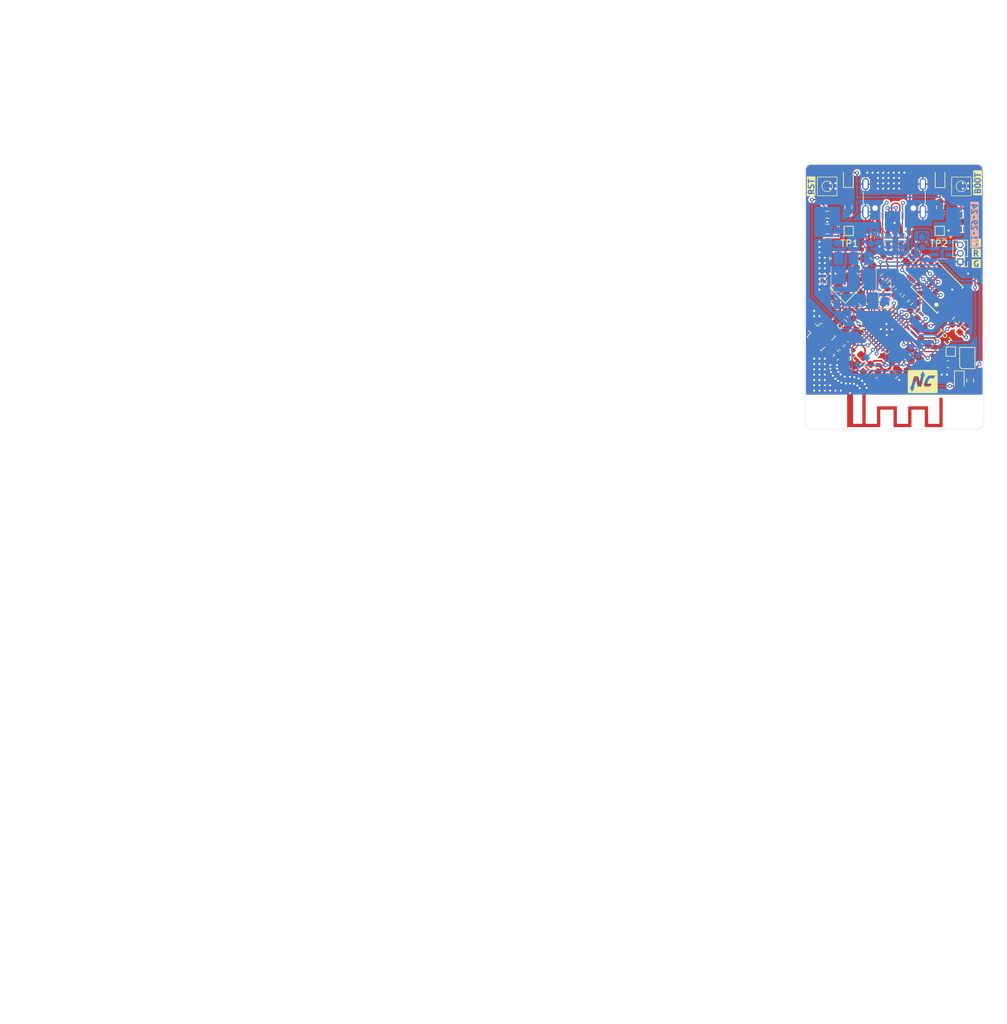
<source format=kicad_pcb>
(kicad_pcb (version 20240108) (generator "pcbnew") (generator_version "8.0")
  (layers (0 "F.Cu" signal) (1 "In1.Cu" signal) (2 "In2.Cu" signal) (31 "B.Cu" signal) (34 "B.Paste" user) (35 "F.Paste" user) (36 "B.SilkS" user "B.Silkscreen") (37 "F.SilkS" user "F.Silkscreen") (38 "B.Mask" user) (39 "F.Mask" user) (44 "Edge.Cuts" user))
  (net 0 "")
  (net 1 "/USB_D+")
  (net 2 "GND")
  (net 3 "VBUS")
  (net 4 "Net-(J1-D+-PadA6)")
  (net 5 "/USB_D-")
  (net 6 "Net-(J1-D--PadA7)")
  (net 7 "+3V3")
  (net 8 "Net-(U4-XTAL_P)")
  (net 11 "Net-(U4-GPIO2{slash}ADC1_CH2)")
  (net 12 "Net-(U4-U0TXD{slash}GPIO21)")
  (net 13 "Net-(U4-GPIO8)")
  (net 14 "Net-(U4-GPIO9{slash}BOOT)")
  (net 15 "Net-(U4-SPID{slash}GPIO16)")
  (net 16 "VDD_SPI")
  (net 17 "Net-(U4-SPIWP{slash}GPIO13)")
  (net 19 "Net-(U4-U0RXD{slash}GPIO20)")
  (net 20 "/SPICS0")
  (net 23 "Net-(U4-SPIHD{slash}GPIO12)")
  (net 24 "Net-(U4-SPIQ{slash}GPIO17)")
  (net 25 "Net-(U4-XTAL_N)")
  (net 26 "Net-(U4-SPICLK{slash}GPIO15)")
  (net 28 "Net-(J3-In)")
  (net 29 "Net-(J2-Pin_2)")
  (net 30 "Net-(R17-Pad2)")
  (net 31 "Net-(C10-Pad1)")
  (net 32 "Net-(D1-K)")
  (net 33 "Net-(D2-K)")
  (net 34 "/WS2812B")
  (net 36 "Net-(C17-Pad1)")
  (net 37 "/ANT")
  (net 38 "Net-(J1-CC2)")
  (net 39 "Net-(J1-CC1)")
  (net 40 "/SPIHD")
  (net 41 "/SPIWP")
  (net 42 "/SPICLK")
  (net 43 "/SPID")
  (net 44 "/SPIQ")
  (net 45 "/ESP_RST")
  (net 46 "Net-(U4-LNA_IN)")
  (net 49 "Net-(ANT1-ANT)")
  (net 50 "Net-(J2-Pin_3)")
  (net 51 "Net-(D4-K)")
  (net 52 "/USER_LED")
  (net 53 "/USB_PART+")
  (net 54 "/USB_PART-")
  (footprint "kibuzzard-67796362" (layer "F.Cu") (at 166.375 77.475)
    (property "Reference" "kibuzzard-67796362" (hide yes))
    (property "Value" "G***" (hide yes))
  )
  (footprint "Capacitor_SMD:C_0603_1608Metric" (layer "F.Cu") (at 158.573008 92.323008 -45)
    (property "Reference" "C6" (hide yes))
    (property "Value" "0.1uf")
  )
  (footprint "Resistor_SMD:R_0603_1608Metric" (layer "F.Cu") (at 148.433319 87.109448 -45)
    (property "Reference" "R1" (hide yes))
    (property "Value" "0")
  )
  (footprint "TestPoint:TestPoint_Pad_1.0x1.0mm" (layer "F.Cu") (at 160.85 75.6525)
    (property "Reference" "TP2")
    (property "Value" "TestPoint")
  )
  (footprint "Capacitor_SMD:C_0603_1608Metric" (layer "F.Cu") (at 164.1 75.37 180)
    (property "Reference" "C16" (hide yes))
    (property "Value" "0.1uf")
  )
  (footprint "Resistor_SMD:R_0603_1608Metric" (layer "F.Cu") (at 165.45 98.1725 -90)
    (property "Reference" "R2" (hide yes))
    (property "Value" "1K")
  )
  (footprint "Capacitor_SMD:C_0603_1608Metric" (layer "F.Cu") (at 154.585311 84.807456 -135)
    (property "Reference" "C15" (hide yes))
    (property "Value" "0.1uf")
  )
  (footprint "Resistor_SMD:R_0603_1608Metric" (layer "F.Cu") (at 152.430311 82.647456 45)
    (property "Reference" "R5" (hide yes))
    (property "Value" "0")
  )
  (footprint "ankit_kicad_switch:Tactile Microswitch 3x4x2.5mm" (layer "F.Cu") (at 164.12 68.95 90)
    (property "Reference" "SW2" (hide yes))
    (property "Value" "SW_Push_SPST_4Pads" (hide yes))
  )
  (footprint "Resistor_SMD:R_0603_1608Metric" (layer "F.Cu") (at 158.083363 88.166637 -135)
    (property "Reference" "R7" (hide yes))
    (property "Value" "0")
  )
  (footprint "LED_SMD:LED_0603_1608Metric" (layer "F.Cu") (at 160.9 67.655 90)
    (property "Reference" "D1" (hide yes))
    (property "Value" "LED_R" (hide yes))
  )
  (footprint "kibuzzard-676F8115" (layer "F.Cu") (at 141.475 68.95 90)
    (property "Reference" "kibuzzard-676F8115" (hide yes))
    (property "Value" "G***" (hide yes))
  )
  (footprint "Capacitor_SMD:C_0603_1608Metric" (layer "F.Cu") (at 162.075 95.725 180)
    (property "Reference" "C14" (hide yes))
    (property "Value" "0.1uf")
  )
  (footprint "Capacitor_SMD:C_0603_1608Metric" (layer "F.Cu") (at 148.860311 81.73644 -45)
    (property "Reference" "C12" (hide yes))
    (property "Value" "10pf")
  )
  (footprint "kibuzzard-67796372" (layer "F.Cu") (at 166.35 79)
    (property "Reference" "kibuzzard-67796372" (hide yes))
    (property "Value" "G***" (hide yes))
  )
  (footprint "kibuzzard-6779637F" (layer "F.Cu") (at 166.35 80.575)
    (property "Reference" "kibuzzard-6779637F" (hide yes))
    (property "Value" "G***" (hide yes))
  )
  (footprint "Capacitor_SMD:C_0603_1608Metric" (layer "F.Cu") (at 156.025 94.675 -45)
    (property "Reference" "C5" (hide yes))
    (property "Value" "0.1uf")
  )
  (footprint "Connector_PinHeader_1.27mm:PinHeader_1x03_P1.27mm_Vertical" (layer "F.Cu") (at 163.95 80.3 180)
    (property "Reference" "J2" (hide yes))
    (property "Value" "CONN_UART")
  )
  (footprint "Inductor_SMD:L_0402_1005Metric" (layer "F.Cu") (at 147.492947 93.957053 45)
    (property "Reference" "L2" (hide yes))
    (property "Value" "2.2nH")
  )
  (footprint "TestPoint:TestPoint_Pad_1.0x1.0mm" (layer "F.Cu") (at 147.14 75.6525)
    (property "Reference" "TP1")
    (property "Value" "TestPoint")
  )
  (footprint "Resistor_SMD:R_0603_1608Metric" (layer "F.Cu") (at 157 87.05 -135)
    (property "Reference" "R9" (hide yes))
    (property "Value" "0")
  )
  (footprint "Resistor_SMD:R_0603_1608Metric" (layer "F.Cu") (at 163.310311 89.157456 -135)
    (property "Reference" "R11" (hide yes))
    (property "Value" "0")
  )
  (footprint "Crystal:Crystal_SMD_3225-4Pin_3.2x2.5mm" (layer "F.Cu") (at 146.881453 83.963217 45)
    (property "Reference" "Y1" (hide yes))
    (property "Value" "40Mhz")
  )
  (footprint "Capacitor_SMD:C_0402_1005Metric" (layer "F.Cu") (at 146.062947 93.307053 135)
    (property "Reference" "C18" (hide yes))
    (property "Value" "3.3pf")
  )
  (footprint "Capacitor_SMD:C_0603_1608Metric" (layer "F.Cu") (at 144.908319 86.234448 135)
    (property "Reference" "C17" (hide yes))
    (property "Value" "10pf")
  )
  (footprint "Resistor_SMD:R_0805_2012Metric" (layer "F.Cu") (at 150 80.35 135)
    (property "Reference" "R17" (hide yes))
    (property "Value" "470")
  )
  (footprint "Package_TO_SOT_SMD:SOT-23-6" (layer "F.Cu") (at 154 76.7 -90)
    (property "Reference" "U2" (hide yes))
    (property "Value" "USBLC6-2SC6")
  )
  (footprint "TestPoint:TestPoint_Pad_1.0x1.0mm" (layer "F.Cu") (at 162.525 93.825)
    (property "Reference" "TP3")
    (property "Value" "TestPoint")
  )
  (footprint "Resistor_SMD:R_0603_1608Metric" (layer "F.Cu") (at 155.775 85.825 -135)
    (property "Reference" "R10" (hide yes))
    (property "Value" "0")
  )
  (footprint "Capacitor_SMD:C_0805_2012Metric" (layer "F.Cu") (at 153.85 97.2 45)
    (property "Reference" "C11" (hide yes))
    (property "Value" "10uf")
  )
  (footprint "Capacitor_SMD:C_0805_2012Metric" (layer "F.Cu") (at 146.171751 89.671751 135)
    (property "Reference" "C8" (hide yes))
    (property "Value" "1uf")
  )
  (footprint "Capacitor_SMD:C_0805_2012Metric" (layer "F.Cu") (at 148.475 95.15 -135)
    (property "Reference" "C9" (hide yes))
    (property "Value" "1uf")
  )
  (footprint "ankit_kicad_switch:RF Switch 0402 2Pos" (layer "F.Cu") (at 146.583556 92.735743 135)
    (property "Reference" "RFS1" (hide yes))
    (property "Value" "~" (hide yes))
  )
  (footprint "Resistor_SMD:R_0603_1608Metric" (layer "F.Cu") (at 143.945 73.23 180)
    (property "Reference" "R19" (hide yes))
    (property "Value" "10k")
  )
  (footprint "Resistor_SMD:R_0603_1608Metric" (layer "F.Cu") (at 153.505311 83.722456 -135)
    (property "Reference" "R6" (hide yes))
    (property "Value" "0")
  )
  (footprint "ankit_kicad_switch:Tactile Microswitch 3x4x2.5mm" (layer "F.Cu") (at 143.9 68.94 90)
    (property "Reference" "SW1" (hide yes))
    (property "Value" "SW_Push_SPST_4Pads" (hide yes))
  )
  (footprint "Capacitor_SMD:C_0603_1608Metric" (layer "F.Cu") (at 147.298008 88.248008 135)
    (property "Reference" "C7" (hide yes))
    (property "Value" "0.1uf")
  )
  (footprint "Capacitor_SMD:C_0805_2012Metric" (layer "F.Cu") (at 143.925 75.37 180)
    (property "Reference" "C13" (hide yes))
    (property "Value" "1uf")
  )
  (footprint "Inductor_SMD:L_0603_1608Metric" (layer "F.Cu") (at 149.9 96.3 45)
    (property "Reference" "L1" (hide yes))
    (property "Value" "2.0nH / 0")
  )
  (footprint "Capacitor_SMD:C_0402_1005Metric" (layer "F.Cu") (at 146.792358 92.606464 135)
    (property "Reference" "C19" (hide yes))
    (property "Value" "3.3pf")
  )
  (footprint "LED_SMD:LED_0603_1608Metric" (layer "F.Cu") (at 163.81 98.2125 -90)
    (property "Reference" "D4" (hide yes))
    (property "Value" "LED_B")
  )
  (footprint "Package_DFN_QFN:QFN-32-1EP_5x5mm_P0.5mm_EP3.45x3.45mm" (layer "F.Cu") (at 152.860311 90.507456 45)
    (property "Reference" "U4" (hide yes))
    (property "Value" "ESP32-C3")
  )
  (footprint "Resistor_SMD:R_0603_1608Metric" (layer "F.Cu") (at 164.1 73.23 180)
    (property "Reference" "R16" (hide yes))
    (property "Value" "10k")
  )
  (footprint "Capacitor_SMD:C_0805_2012Metric" (layer "F.Cu") (at 156.571751 79.703249 45)
    (property "Reference" "C4" (hide yes))
    (property "Value" "1uf")
  )
  (footprint "ankit_kicad_flash:Winbond-SOIC-8_5P28X5P28_WIN" (layer "F.Cu") (at 160.460311 84.107456 135)
    (property "Reference" "U5" (hide yes))
    (property "Value" "Winbond-W25Q64JVSSIQ")
  )
  (footprint "Resistor_SMD:R_0603_1608Metric" (layer "F.Cu") (at 147.09 72.0975 -90)
    (property "Reference" "R13" (hide yes))
    (property "Value" "1K")
  )
  (footprint "ankit_kicad_logos:Nomadic_Controls_Concise_2_5mm" (layer "F.Cu") (at 158.275 98.35)
    (property "Reference" "U1" (hide yes))
    (property "Value" "~" (hide yes))
  )
  (footprint "Connector_Coaxial:U.FL_Molex_MCRF_73412-0110_Vertical" (layer "F.Cu") (at 143.01434 91.56434 45)
    (property "Reference" "J3" (hide yes))
    (property "Value" "Conn_Coaxial")
  )
  (footprint "ankit_kicad_usb:USB_C_Receptacle_GCT_USB4105-xx-A_16P_TopMnt_Horizontal" (layer "F.Cu") (at 154 69.68 180)
    (property "Reference" "J1" (hide yes))
    (property "Value" "CONN_USBC")
  )
  (footprint "Resistor_SMD:R_0603_1608Metric" (layer "F.Cu") (at 160.9 72.0975 -90)
    (property "Reference" "R12" (hide yes))
    (property "Value" "1K")
  )
  (footprint "LED_SMD:LED_0603_1608Metric" (layer "F.Cu") (at 147.09 67.645 90)
    (property "Reference" "D2" (hide yes))
    (property "Value" "LED_G" (hide yes))
  )
  (footprint "LED_SMD:LED_WS2812B-2020_PLCC4_2.0x2.0mm" (layer "F.Cu") (at 165 94.8 90)
    (property "Reference" "D3" (hide yes))
    (property "Value" "WS2812B")
  )
  (footprint "Capacitor_SMD:C_0603_1608Metric" (layer "F.Cu") (at 151 76.13 -90)
    (property "Reference" "C20" (hide yes))
    (property "Value" "0.1uf")
  )
  (footprint "Capacitor_SMD:C_0603_1608Metric" (layer "F.Cu") (at 151 97.425 45)
    (property "Reference" "C10" (hide yes))
    (property "Value" "0.1uf")
  )
  (footprint "Resistor_SMD:R_0603_1608Metric" (layer "F.Cu") (at 164.460311 90.307456 -135)
    (property "Reference" "R8" (hide yes))
    (property "Value" "0")
  )
  (footprint "RF_Antenna:Texas_SWRA117D_2.4GHz_Left" (layer "F.Cu") (at 149.45 100.05 180)
    (property "Reference" "ANT1" (hide yes))
    (property "Value" "~" (hide yes))
  )
  (footprint "kibuzzard-676F80CA" (layer "F.Cu") (at 166.55 68.425 90)
    (property "Reference" "kibuzzard-676F80CA" (hide yes))
    (property "Value" "G***" (hide yes))
  )
  (footprint "Resistor_SMD:R_0603_1608Metric" (layer "B.Cu") (at 149.2 95.3 -135)
    (property "Reference" "R14" (hide yes))
    (property "Value" "10k")
  )
  (footprint "Capacitor_SMD:C_0805_2012Metric" (layer "B.Cu") (at 145.6 76.55 -90)
    (property "Reference" "C2" (hide yes))
    (property "Value" "1uf")
  )
  (footprint "Package_TO_SOT_SMD:SOT-23-6" (layer "B.Cu") (at 161.2 78.3 180)
    (property "Reference" "U6" (hide yes))
    (property "Value" "USBLC6-2SC6")
  )
  (footprint "Resistor_SMD:R_0603_1608Metric" (layer "B.Cu") (at 157.158363 93.708363 -45)
    (property "Reference" "R15" (hide yes))
    (property "Value" "10k")
  )
  (footprint "Resistor_SMD:R_0603_1608Metric" (layer "B.Cu") (at 155.24 77.25 -90)
    (property "Reference" "R4" (hide yes))
    (property "Value" "5.1k")
  )
  (footprint "Capacitor_Tantalum_SMD:CP_EIA-3216-18_Kemet-A" (layer "B.Cu") (at 152.6 85.01 90)
    (property "Reference" "C1" (hide yes))
    (property "Value" "10uf")
  )
  (footprint "Package_TO_SOT_SMD:SOT-223-3_TabPin2" (layer "B.Cu") (at 147.88 82.9225 -90)
    (property "Reference" "U3")
    (property "Value" "AMS1117-3.3")
  )
  (footprint "Resistor_SMD:R_0603_1608Metric" (layer "B.Cu") (at 153.13 77.25 -90)
    (property "Reference" "R3" (hide yes))
    (property "Value" "5.1k")
  )
  (footprint "Capacitor_SMD:C_0603_1608Metric" (layer "B.Cu") (at 158.225 77.35 90)
    (property "Reference" "C21" (hide yes))
    (property "Value" "0.1uf")
  )
  (footprint "kibuzzard-6771D0B9" (layer "B.Cu") (at 166.1 74.77 90)
    (property "Reference" "kibuzzard-6771D0B9" (hide yes))
    (property "Value" "G***" (hide yes))
  )
  (footprint "Capacitor_SMD:C_0603_1608Metric" (layer "B.Cu") (at 150.5 76.77 -90)
    (property "Reference" "C3" (hide yes))
    (property "Value" "0.1uf")
  )
  (gr_line (start 166.5 105.5) (end 141.5 105.5) (stroke (width 0.05)) (layer "Edge.Cuts"))
  (gr_arc (start 167.5 104.5) (mid 167.207107 105.207107) (end 166.5 105.5) (stroke (width 0.05)) (layer "Edge.Cuts"))
  (gr_arc (start 141.5 105.5) (mid 140.792893 105.207107) (end 140.5 104.5) (stroke (width 0.05)) (layer "Edge.Cuts"))
  (gr_line (start 141.5 65.5) (end 166.5 65.5) (stroke (width 0.05)) (layer "Edge.Cuts"))
  (gr_line (start 167.5 66.5) (end 167.5 104.5) (stroke (width 0.05)) (layer "Edge.Cuts"))
  (gr_arc (start 166.5 65.5) (mid 167.207107 65.792893) (end 167.5 66.5) (stroke (width 0.05)) (layer "Edge.Cuts"))
  (gr_arc (start 140.5 66.5) (mid 140.792893 65.792893) (end 141.5 65.5) (stroke (width 0.05)) (layer "Edge.Cuts"))
  (gr_line (start 140.5 104.5) (end 140.5 66.5) (stroke (width 0.05)) (layer "Edge.Cuts"))
  (segment (start 153.05 78.964624) (end 153.05 77.8375) (width 0.2) (layer "F.Cu") (net 1))
  (segment (start 153.013674 82.064093) (end 153.05 82.027767) (width 0.2) (layer "F.Cu") (net 1))
  (segment (start 153.29 79.924624) (end 153.544081 79.924624) (width 0.2) (layer "F.Cu") (net 1))
  (segment (start 153.544081 79.324624) (end 153.29 79.324624) (width 0.2) (layer "F.Cu") (net 1))
  (segment (start 153.05 79.924624) (end 153.29 79.924624) (width 0.2) (layer "F.Cu") (net 1))
  (segment (start 153.05 79.084624) (end 153.05 78.964624) (width 0.2) (layer "F.Cu") (net 1))
  (segment (start 153.784081 79.684624) (end 153.784081 79.564624) (width 0.2) (layer "F.Cu") (net 1))
  (segment (start 152.95 79.924624) (end 153.05 79.924624) (width 0.2) (layer "F.Cu") (net 1))
  (segment (start 152.85 80.564624) (end 152.85 80.024624) (width 0.2) (layer "F.Cu") (net 1))
  (segment (start 153.05 82.027767) (end 153.05 80.764624) (width 0.2) (layer "F.Cu") (net 1))
  (arc (start 153.544081 79.924624) (mid 153.713787 79.85433) (end 153.784081 79.684624) (width 0.2) (layer "F.Cu") (net 1))
  (arc (start 152.85 80.024624) (mid 152.879289 79.953913) (end 152.95 79.924624) (width 0.2) (layer "F.Cu") (net 1))
  (arc (start 152.95 80.664624) (mid 152.879289 80.635335) (end 152.85 80.564624) (width 0.2) (layer "F.Cu") (net 1))
  (arc (start 153.784081 79.564624) (mid 153.713787 79.394918) (end 153.544081 79.324624) (width 0.2) (layer "F.Cu") (net 1))
  (arc (start 153.05 80.764624) (mid 153.020711 80.693913) (end 152.95 80.664624) (width 0.2) (layer "F.Cu") (net 1))
  (arc (start 153.29 79.324624) (mid 153.120294 79.25433) (end 153.05 79.084624) (width 0.2) (layer "F.Cu") (net 1))
  (segment (start 154 75.5625) (end 154 74.5) (width 0.2032) (layer "F.Cu") (net 2))
  (segment (start 154 74.5) (end 154.05 74.45) (width 0.2032) (layer "F.Cu") (net 2))
  (segment (start 157.2 73.36) (end 158.32 72.24) (width 0.2032) (layer "F.Cu") (net 2))
  (segment (start 165.3125 99.0025) (end 165.39 98.925) (width 0.2) (layer "F.Cu") (net 2))
  (segment (start 158.32 72.24) (end 158.32 68.605) (width 0.2032) (layer "F.Cu") (net 2))
  (via (at 162.741667 84.49175) (size 0.6) (drill 0.3) (layers "F.Cu" "B.Cu") (net 2))
  (via (at 153.141667 69.29175) (size 0.6) (drill 0.3) (layers "F.Cu" "B.Cu") (net 2))
  (via (at 145.575 96.875) (size 0.4) (drill 0.3) (layers "F.Cu" "B.Cu") (net 2))
  (via (at 144.341667 82.09175) (size 0.6) (drill 0.3) (layers "F.Cu" "B.Cu") (net 2))
  (via (at 143.541667 98.89175) (size 0.6) (drill 0.3) (layers "F.Cu" "B.Cu") (net 2))
  (via (at 142.741667 81.29175) (size 0.6) (drill 0.3) (layers "F.Cu" "B.Cu") (net 2))
  (via (at 144.368972 95.85) (size 0.4) (drill 0.3) (layers "F.Cu" "B.Cu") (net 2))
  (via (at 165.941667 69.29175) (size 0.6) (drill 0.3) (layers "F.Cu" "B.Cu") (net 2))
  (via (at 145.141667 69.29175) (size 0.6) (drill 0.3) (layers "F.Cu" "B.Cu") (net 2))
  (via (at 142.741667 82.09175) (size 0.6) (drill 0.3) (layers "F.Cu" "B.Cu") (net 2))
  (via (at 141.941667 99.69175) (size 0.6) (drill 0.3) (layers "F.Cu" "B.Cu") (net 2))
  (via (at 165.141667 82.09175) (size 0.6) (drill 0.3) (layers "F.Cu" "B.Cu") (net 2))
  (via (at 143.541667 96.49175) (size 0.6) (drill 0.3) (layers "F.Cu" "B.Cu") (net 2))
  (via (at 143.541667 81.29175) (size 0.6) (drill 0.3) (layers "F.Cu" "B.Cu") (net 2))
  (via (at 142.741667 78.89175) (size 0.6) (drill 0.3) (layers "F.Cu" "B.Cu") (net 2))
  (via (at 148.46 98.94) (size 0.4) (drill 0.3) (layers "F.Cu" "B.Cu") (net 2))
  (via (at 152.341667 66.89175) (size 0.6) (drill 0.3) (layers "F.Cu" "B.Cu") (net 2))
  (via (at 142.741667 96.49175) (size 0.6) (drill 0.3) (layers "F.Cu" "B.Cu") (net 2))
  (via (at 154.741667 67.69175) (size 0.6) (drill 0.3) (layers "F.Cu" "B.Cu") (net 2))
  (via (at 142.741667 99.69175) (size 0.6) (drill 0.3) (layers "F.Cu" "B.Cu") (net 2))
  (via (at 145.4 96.375) (size 0.4) (drill 0.3) (layers "F.Cu" "B.Cu") (net 2))
  (via (at 143.541667 82.89175) (size 0.6) (drill 0.3) (layers "F.Cu" "B.Cu") (net 2))
  (via (at 153.141667 66.89175) (size 0.6) (drill 0.3) (layers "F.Cu" "B.Cu") (net 2))
  (via (at 148.8 99.35) (size 0.4) (drill 0.3) (layers "F.Cu" "B.Cu") (net 2))
  (via (at 142.741667 84.49175) (size 0.6) (drill 0.3) (layers "F.Cu" "B.Cu") (net 2))
  (via (at 152.825 89.675) (size 0.4) (drill 0.3) (layers "F.Cu" "B.Cu") (net 2))
  (via (at 165.141667 69.29175) (size 0.6) (drill 0.3) (layers "F.Cu" "B.Cu") (net 2))
  (via (at 154.741667 69.29175) (size 0.6) (drill 0.3) (layers "F.Cu" "B.Cu") (net 2))
  (via (at 152 90.45) (size 0.4) (drill 0.3) (layers "F.Cu" "B.Cu") (net 2))
  (via (at 141.941667 98.09175) (size 0.6) (drill 0.3) (layers "F.Cu" "B.Cu") (net 2))
  (via (at 149.57 98.72) (size 0.4) (drill 0.3) (layers "F.Cu" "B.Cu") (net 2))
  (via (at 148.64 97.87) (size 0.4) (drill 0.3) (layers "F.Cu" "B.Cu") (net 2))
  (via (at 146.54 97.6) (size 0.4) (drill 0.3) (layers "F.Cu" "B.Cu") (net 2))
  (via (at 145.375 95.85) (size 0.4) (drill 0.3) (layers "F.Cu" "B.Cu") (net 2))
  (via (at 143.541667 83.69175) (size 0.6) (drill 0.3) (layers "F.Cu" "B.Cu") (net 2))
  (via (at 143.541667 98.09175) (size 0.6) (drill 0.3) (layers "F.Cu" "B.Cu") (net 2))
  (via (at 141.941667 94.89175) (size 0.6) (drill 0.3) (layers "F.Cu" "B.Cu") (net 2))
  (via (at 146.725 98.625) (size 0.4) (drill 0.3) (layers "F.Cu" "B.Cu") (net 2))
  (via (at 144.375 96.4) (size 0.4) (drill 0.3) (layers "F.Cu" "B.Cu") (net 2))
  (via (at 145.941667 99.69175) (size 0.6) (drill 0.3) (layers "F.Cu" "B.Cu") (net 2))
  (via (at 144.341667 68.49175) (size 0.6) (drill 0.3) (layers "F.Cu" "B.Cu") (net 2))
  (via (at 153.141667 68.49175) (size 0.6) (drill 0.3) (layers "F.Cu" "B.Cu") (net 2))
  (via (at 154.741667 98.09175) (size 0.6) (drill 0.3) (layers "F.Cu" "B.Cu") (net 2))
  (via (at 143.541667 95.69175) (size 0.6) (drill 0.3) (layers "F.Cu" "B.Cu") (net 2))
  (via (at 142.741667 95.69175) (size 0.6) (drill 0.3) (layers "F.Cu" "B.Cu") (net 2))
  (via (at 153.7 90.5) (size 0.4) (drill 0.3) (layers "F.Cu" "B.Cu") (net 2))
  (via (at 155.541667 66.89175) (size 0.6) (drill 0.3) (layers "F.Cu" "B.Cu") (net 2))
  (via (at 142.741667 79.69175) (size 0.6) (drill 0.3) (layers "F.Cu" "B.Cu") (net 2))
  (via (at 144.341667 98.89175) (size 0.6) (drill 0.3) (layers "F.Cu" "B.Cu") (net 2))
  (via (at 147.34 98.625) (size 0.4) (drill 0.3) (layers "F.Cu" "B.Cu") (net 2))
  (via (at 142.741667 77.29175) (size 0.6) (drill 0.3) (layers "F.Cu" "B.Cu") (net 2))
  (via (at 144.341667 69.29175) (size 0.6) (drill 0.3) (layers "F.Cu" "B.Cu") (net 2))
  (via (at 145.925 97.275) (size 0.4) (drill 0.3) (layers "F.Cu" "B.Cu") (net 2))
  (via (at 149.941667 66.89175) (size 0.6) (drill 0.3) (layers "F.Cu" "B.Cu") (net 2))
  (via (at 143.541667 79.69175) (size 0.6) (drill 0.3) (layers "F.Cu" "B.Cu") (net 2))
  (via (at 147.93 98.67) (size 0.4) (drill 0.3) (layers "F.Cu" "B.Cu") (net 2))
  (via (at 165.141667 68.49175) (size 0.6) (drill 0.3) (layers "F.Cu" "B.Cu") (net 2))
  (via (at 164.341667 69.29175) (size 0.6) (drill 0.3) (layers "F.Cu" "B.Cu") (net 2))
  (via (at 141.941667 96.49175) (size 0.6) (drill 0.3) (layers "F.Cu" "B.Cu") (net 2))
  (via (at 151.8 78) (size 0.6) (drill 0.3) (layers "F.Cu" "B.Cu") (net 2))
  (via (at 146.05 98.5) (size 0.4) (drill 0.3) (layers "F.Cu" "B.Cu") (net 2))
  (via (at 145.141667 68.49175) (size 0.6) (drill 0.3) (layers "F.Cu" "B.Cu") (net 2))
  (via (at 143.541667 80.49175) (size 0.6) (drill 0.3) (layers "F.Cu" "B.Cu") (net 2))
  (via (at 143.541667 94.89175) (size 0.6) (drill 0.3) (layers "F.Cu" "B.Cu") (net 2))
  (via (at 144.475 96.9) (size 0.4) (drill 0.3) (layers "F.Cu" "B.Cu") (net 2))
  (via (at 147.99 97.67) (size 0.4) (drill 0.3) (layers "F.Cu" "B.Cu") (net 2))
  (via (at 153.941667 69.29175) (size 0.6) (drill 0.3) (layers "F.Cu" "B.Cu") (net 2))
  (via (at 153.941667 67.69175) (size 0.6) (drill 0.3) (layers "F.Cu" "B.Cu") (net 2))
  (via (at 153.141667 67.69175) (size 0.6) (drill 0.3) (layers "F.Cu" "B.Cu") (net 2))
  (via (at 151.541667 67.69175) (size 0.6) (drill 0.3) (layers "F.Cu" "B.Cu") (net 2))
  (via (at 145.546014 98.238716) (size 0.4) (drill 0.3) (layers "F.Cu" "B.Cu") (net 2))
  (via (at 149.3 84.45) (size 0.6) (drill 0.3) (layers "F.Cu" "B.Cu") (net 2))
  (via (at 141.941667 95.69175) (size 0.6) (drill 0.3) (layers "F.Cu" "B.Cu") (net 2))
  (via (at 142.741667 78.09175) (size 0.6) (drill 0.3) (layers "F.Cu" "B.Cu") (net 2))
  (via (at 143.541667 82.09175) (size 0.6) (drill 0.3) (layers "F.Cu" "B.Cu") (net 2))
  (via (at 151.541667 68.49175) (size 0.6) (drill 0.3) (layers "F.Cu" "B.Cu") (net 2))
  (via (at 153.941667 68.49175) (size 0.6) (drill 0.3) (layers "F.Cu" "B.Cu") (net 2))
  (via (at 161.941667 97.29175) (size 0.6) (drill 0.3) (layers "F.Cu" "B.Cu") (net 2))
  (via (at 142.741667 94.89175) (size 0.6) (drill 0.3) (layers "F.Cu" "B.Cu") (net 2))
  (via (at 165.941667 68.49175) (size 0.6) (drill 0.3) (layers "F.Cu" "B.Cu") (net 2))
  (via (at 152.341667 68.49175) (size 0.6) (drill 0.3) (layers "F.Cu" "B.Cu") (net 2))
  (via (at 142.741667 98.89175) (size 0.6) (drill 0.3) (layers "F.Cu" "B.Cu") (net 2))
  (via (at 143.541667 99.69175) (size 0.6) (drill 0.3) (layers "F.Cu" "B.Cu") (net 2))
  (via (at 144.341667 99.69175) (size 0.6) (drill 0.3) (layers "F.Cu" "B.Cu") (net 2))
  (via (at 145.141667 82.09175) (size 0.6) (drill 0.3) (layers "F.Cu" "B.Cu") (net 2))
  (via (at 161.141667 97.29175) (size 0.6) (drill 0.3) (layers "F.Cu" "B.Cu") (net 2))
  (via (at 164.341667 68.49175) (size 0.6) (drill 0.3) (layers "F.Cu" "B.Cu") (net 2))
  (via (at 141.941667 97.29175) (size 0.6) (drill 0.3) (layers "F.Cu" "B.Cu") (net 2))
  (via (at 147.325 97.625) (size 0.4) (drill 0.3) (layers "F.Cu" "B.Cu") (net 2))
  (via (at 152.860311 90.507456) (size 0.4) (drill 0.3) (layers "F.Cu" "B.Cu") (net 2))
  (via (at 152.875 91.35) (size 0.4) (drill 0.3) (layers "F.Cu" "B.Cu") (net 2))
  (via (at 154.05 74.45) (size 0.6) (drill 0.3) (layers "F.Cu" "B.Cu") (net 2))
  (via (at 151.541667 66.89175) (size 0.6) (drill 0.3) (layers "F.Cu" "B.Cu") (net 2))
  (via (at 141.941667 98.89175) (size 0.6) (drill 0.3) (layers "F.Cu" "B.Cu") (net 2))
  (via (at 151.541667 69.29175) (size 0.6) (drill 0.3) (layers "F.Cu" "B.Cu") (net 2))
  (via (at 154.741667 68.49175) (size 0.6) (drill 0.3) (layers "F.Cu" "B.Cu") (net 2))
  (via (at 152.341667 67.69175) (size 0.6) (drill 0.3) (layers "F.Cu" "B.Cu") (net 2))
  (via (at 142.741667 88.49175) (size 0.6) (drill 0.3) (layers "F.Cu" "B.Cu") (net 2))
  (via (at 154.741667 66.89175) (size 0.6) (drill 0.3) (layers "F.Cu" "B.Cu") (net 2))
  (via (at 149.84 99.29) (size 0.4) (drill 0.3) (layers "F.Cu" "B.Cu") (net 2))
  (via (at 145.141667 99.69175) (size 0.6) (drill 0.3) (layers "F.Cu" "B.Cu") (net 2))
  (via (at 157.3 77.3) (size 0.6) (drill 0.3) (layers "F.Cu" "B.Cu") (net 2))
  (via (at 142.741667 82.89175) (size 0.6) (drill 0.3) (layers "F.Cu" "B.Cu") (net 2))
  (via (at 142.741667 83.69175) (size 0.6) (drill 0.3) (layers "F.Cu" "B.Cu") (net 2))
  (via (at 152.341667 69.29175) (size 0.6) (drill 0.3) (layers "F.Cu" "B.Cu") (net 2))
  (via (at 141.941667 88.49175) (size 0.6) (drill 0.3) (layers "F.Cu" "B.Cu") (net 2))
  (via (at 143.541667 97.29175) (size 0.6) (drill 0.3) (layers "F.Cu" "B.Cu") (net 2))
  (via (at 141.941667 87.69175) (size 0.6) (drill 0.3) (layers "F.Cu" "B.Cu") (net 2))
  (via (at 144.754859 97.447432) (size 0.4) (drill 0.3) (layers "F.Cu" "B.Cu") (net 2))
  (via (at 149.15 98.23) (size 0.4) (drill 0.3) (layers "F.Cu" "B.Cu") (net 2))
  (via (at 142.741667 80.49175) (size 0.6) (drill 0.3) (layers "F.Cu" "B.Cu") (net 2))
  (via (at 145.15 97.925) (size 0.4) (drill 0.3) (layers "F.Cu" "B.Cu") (net 2))
  (via (at 142.741667 98.09175) (size 0.6) (drill 0.3) (layers "F.Cu" "B.Cu") (net 2))
  (via (at 142.741667 97.29175) (size 0.6) (drill 0.3) (layers "F.Cu" "B.Cu") (net 2))
  (via (at 150.741667 66.89175) (size 0.6) (drill 0.3) (layers "F.Cu" "B.Cu") (net 2))
  (via (at 153.941667 66.89175) (size 0.6) (drill 0.3) (layers "F.Cu" "B.Cu") (net 2))
  (segment (start 163.629999 80.32) (end 164.2625 80.32) (width 0.2) (layer "B.Cu") (net 2))
  (segment (start 152.55 76.7) (end 152.25 76.4) (width 0.2413) (layer "F.Cu") (net 3))
  (segment (start 152.08 75.355) (end 151 75.355) (width 0.2413) (layer "F.Cu") (net 3))
  (segment (start 156.4 73.36) (end 156.34435 73.30435) (width 0.2413) (layer "F.Cu") (net 3))
  (segment (start 155.9 76.7) (end 156.4 76.2) (width 0.2413) (layer "F.Cu") (net 3))
  (segment (start 154 77.8375) (end 154 76.7) (width 0.2413) (layer "F.Cu") (net 3))
  (segment (start 149.845 75.355) (end 151 75.355) (width 0.2413) (layer "F.Cu") (net 3))
  (segment (start 166.1063 96.5) (end 164.6437 96.5) (width 0.2413) (layer "F.Cu") (net 3))
  (segment (start 153.672378 76.7) (end 155.9 76.7) (width 0.2413) (layer "F.Cu") (net 3))
  (segment (start 164.6437 96.5) (end 164.45 96.3063) (width 0.2413) (layer "F.Cu") (net 3))
  (segment (start 156.34435 73.30435) (end 156.34435 68.23065) (width 0.2413) (layer "F.Cu") (net 3))
  (segment (start 157.7075 66.8675) (end 160.9 66.8675) (width 0.2413) (layer "F.Cu") (net 3))
  (segment (start 152.25 76.4) (end 152.25 75.525) (width 0.2413) (layer "F.Cu") (net 3))
  (segment (start 152.25 75.525) (end 152.08 75.355) (width 0.2413) (layer "F.Cu") (net 3))
  (segment (start 166.85 95.7563) (end 166.1063 96.5) (width 0.2413) (layer "F.Cu") (net 3))
  (segment (start 154 76.7) (end 153.672378 76.7) (width 0.2413) (layer "F.Cu") (net 3))
  (segment (start 156.4 76.2) (end 156.4 73.36) (width 0.2413) (layer "F.Cu") (net 3))
  (segment (start 153.672378 76.7) (end 152.55 76.7) (width 0.2413) (layer "F.Cu") (net 3))
  (segment (start 149.3 78) (end 149.3 75.9) (width 0.2413) (layer "F.Cu") (net 3))
  (segment (start 166.85 95.725) (end 166.85 95.7563) (width 0.2413) (layer "F.Cu") (net 3))
  (segment (start 156.34435 68.23065) (end 157.7075 66.8675) (width 0.2413) (layer "F.Cu") (net 3))
  (segment (start 164.45 96.3063) (end 164.45 95.715) (width 0.2413) (layer "F.Cu") (net 3))
  (segment (start 164.45 95.715) (end 162.86 95.715) (width 0.2413) (layer "F.Cu") (net 3))
  (segment (start 162.86 95.715) (end 162.85 95.725) (width 0.2413) (layer "F.Cu") (net 3))
  (segment (start 149.3 75.9) (end 149.845 75.355) (width 0.2413) (layer "F.Cu") (net 3))
  (via (at 149.3 78) (size 0.6) (drill 0.3) (layers "F.Cu" "B.Cu") (net 3))
  (via (at 166.85 95.725) (size 0.6) (drill 0.3) (layers "F.Cu" "B.Cu") (net 3))
  (segment (start 149.525 78) (end 149.3 78) (width 0.2413) (layer "B.Cu") (net 3))
  (segment (start 166.85 83.972268) (end 166.85 95.725) (width 0.2413) (layer "B.Cu") (net 3))
  (segment (start 150.18 80.605) (end 150.525435 80.950435) (width 0.2413) (layer "B.Cu") (net 3))
  (segment (start 150.18 79.7725) (end 150.18 78.655) (width 0.2413) (layer "B.Cu") (net 3))
  (segment (start 166.052732 83.175) (end 166.85 83.972268) (width 0.2413) (layer "B.Cu") (net 3))
  (segment (start 150.525435 80.950435) (end 154.820215 80.950435) (width 0.2413) (layer "B.Cu") (net 3))
  (segment (start 155 80.77065) (end 161.57065 80.77065) (width 0.2413) (layer "B.Cu") (net 3))
  (segment (start 150.18 78.655) (end 149.525 78) (width 0.2413) (layer "B.Cu") (net 3))
  (segment (start 161.57065 80.77065) (end 163.975 83.175) (width 0.2413) (layer "B.Cu") (net 3))
  (segment (start 154.820215 80.950435) (end 155 80.77065) (width 0.2413) (layer "B.Cu") (net 3))
  (segment (start 163.975 83.175) (end 166.052732 83.175) (width 0.2413) (layer "B.Cu") (net 3))
  (segment (start 150.18 79.7725) (end 150.18 80.605) (width 0.2413) (layer "B.Cu") (net 3))
  (segment (start 153.2016 73.3116) (end 153.25 73.36) (width 0.2032) (layer "F.Cu") (net 4))
  (segment (start 153.25 74.45) (end 153.25 73.36) (width 0.2) (layer "F.Cu") (net 4))
  (segment (start 153.2 72.393989) (end 152.993109 72.187098) (width 0.2) (layer "F.Cu") (net 4))
  (segment (start 153.25 73.36) (end 153.2 73.31) (width 0.2) (layer "F.Cu") (net 4))
  (segment (start 153.05 75.5625) (end 153.05 74.65) (width 0.2) (layer "F.Cu") (net 4))
  (segment (start 154.25 73.36) (end 154.25 72.2) (width 0.2032) (layer "F.Cu") (net 4))
  (segment (start 153.2 73.31) (end 153.2 72.393989) (width 0.2) (layer "F.Cu") (net 4))
  (segment (start 153.05 74.65) (end 153.25 74.45) (width 0.2) (layer "F.Cu") (net 4))
  (via (at 154.25 72.2) (size 0.6) (drill 0.3) (layers "F.Cu" "B.Cu") (net 4))
  (via (at 152.993109 72.187098) (size 0.6) (drill 0.3) (layers "F.Cu" "B.Cu") (net 4))
  (segment (start 153.006011 72.2) (end 152.993109 72.187098) (width 0.2032) (layer "B.Cu") (net 4))
  (segment (start 154.25 72.2) (end 153.006011 72.2) (width 0.2032) (layer "B.Cu") (net 4))
  (segment (start 154.088674 83.139093) (end 154.475 82.752767) (width 0.2) (layer "F.Cu") (net 5))
  (segment (start 154.475 79.306251) (end 154.95 78.831251) (width 0.2) (layer "F.Cu") (net 5))
  (segment (start 154.475 82.752767) (end 154.475 79.306251) (width 0.2) (layer "F.Cu") (net 5))
  (segment (start 154.95 78.831251) (end 154.95 77.8375) (width 0.2) (layer "F.Cu") (net 5))
  (segment (start 153.6 71.8) (end 153.6 72.60259) (width 0.2) (layer "F.Cu") (net 6))
  (segment (start 154.85 71.798529) (end 154.551471 71.5) (width 0.2) (layer "F.Cu") (net 6))
  (segment (start 153.9 71.5) (end 153.6 71.8) (width 0.2) (layer "F.Cu") (net 6))
  (segment (start 153.75 72.75259) (end 153.75 73.36) (width 0.2) (layer "F.Cu") (net 6))
  (segment (start 154.95 74.65) (end 154.75 74.45) (width 0.2) (layer "F.Cu") (net 6))
  (segment (start 154.75 72.75259) (end 154.85 72.65259) (width 0.2) (layer "F.Cu") (net 6))
  (segment (start 154.551471 71.5) (end 153.9 71.5) (width 0.2) (layer "F.Cu") (net 6))
  (segment (start 153.6 72.60259) (end 153.75 72.75259) (width 0.2) (layer "F.Cu") (net 6))
  (segment (start 154.85 72.65259) (end 154.85 71.798529) (width 0.2) (layer "F.Cu") (net 6))
  (segment (start 154.95 75.5625) (end 154.95 74.65) (width 0.2) (layer "F.Cu") (net 6))
  (segment (start 154.75 73.36) (end 154.75 72.75259) (width 0.2) (layer "F.Cu") (net 6))
  (segment (start 154.75 74.45) (end 154.75 73.36) (width 0.2) (layer "F.Cu") (net 6))
  (segment (start 154.053554 92.761359) (end 154.053554 92.778554) (width 0.2413) (layer "F.Cu") (net 7))
  (segment (start 155.425 95.75) (end 155.476992 95.698008) (width 0.2413) (layer "F.Cu") (net 7))
  (segment (start 147.1325 66.9) (end 147.09 66.8575) (width 0.2413) (layer "F.Cu") (net 7))
  (segment (start 143.12 73.47) (end 143.12 73.23) (width 0.2413) (layer "F.Cu") (net 7))
  (segment (start 155.89632 90.02132) (end 157.65 91.775) (width 0.2413) (layer "F.Cu") (net 7))
  (segment (start 147.846016 89.078984) (end 146.843502 90.081498) (width 0.2413) (layer "F.Cu") (net 7))
  (segment (start 150.252855 91.347145) (end 150.252855 91.347146) (width 0.2413) (layer "F.Cu") (net 7))
  (segment (start 150.252855 89.667767) (end 150.252854 89.667767) (width 0.2413) (layer "F.Cu") (net 7))
  (segment (start 146.843502 90.081498) (end 146.843502 90.343502) (width 0.2413) (layer "F.Cu") (net 7))
  (segment (start 152.716637 95.875) (end 152.725 95.883363) (width 0.2413) (layer "F.Cu") (net 7))
  (segment (start 148.63 89.62) (end 149.03132 90.02132) (width 0.2413) (layer "F.Cu") (net 7))
  (segment (start 149.03132 90.02132) (end 149.899301 90.02132) (width 0.2413) (layer "F.Cu") (net 7))
  (segment (start 150.252854 89.667767) (end 149.899301 90.02132) (width 0.2413) (layer "F.Cu") (net 7))
  (segment (start 157.65 91.775) (end 158.025 91.775) (width 0.2413) (layer "F.Cu") (net 7))
  (segment (start 149.071751 92.824483) (end 149.6 93.352732) (width 0.2413) (layer "F.Cu") (net 7))
  (segment (start 158.025 91.775) (end 159.964326 91.775) (width 0.2413) (layer "F.Cu") (net 7))
  (segment (start 155.476992 95.698008) (end 155.476992 94.126992) (width 0.2413) (layer "F.Cu") (net 7))
  (segment (start 148.4 66.9) (end 147.1325 66.9) (width 0.2413) (layer "F.Cu") (net 7))
  (segment (start 147.846016 88.796016) (end 147.846016 89.078984) (width 0.2413) (layer "F.Cu") (net 7))
  (segment (start 162.2 75.6) (end 162.2 74.305) (width 0.2413) (layer "F.Cu") (net 7))
  (segment (start 149.146751 94.478249) (end 149.191943 94.478249) (width 0.2413) (layer "F.Cu") (net 7))
  (segment (start 150.252855 91.347145) (end 149.071751 92.528249) (width 0.2413) (layer "F.Cu") (net 7))
  (segment (start 143.925 74.275) (end 143.12 73.47) (width 0.2413) (layer "F.Cu") (net 7))
  (segment (start 154.053554 92.778554) (end 155.401992 94.126992) (width 0.2413) (layer "F.Cu") (net 7))
  (segment (start 162.2 75.6) (end 160.9025 75.6) (width 0.2413) (layer "F.Cu") (net 7))
  (segment (start 150.252855 91.347146) (end 150.606408 91.700699) (width 0.2413) (layer "F.Cu") (net 7))
  (segment (start 162.2 74.305) (end 163.275 73.23) (width 0.2413) (layer "F.Cu") (net 7))
  (segment (start 149.071751 92.528249) (end 149.071751 92.824483) (width 0.2413) (layer "F.Cu") (net 7))
  (segment (start 151 95.2) (end 150.456847 95.743153) (width 0.2413) (layer "F.Cu") (net 7))
  (segment (start 152.041637 95.2) (end 151 95.2) (width 0.2413) (layer "F.Cu") (net 7))
  (segment (start 155.821321 90.02132) (end 155.89632 90.02132) (width 0.2413) (layer "F.Cu") (net 7))
  (segment (start 148.63 89.58) (end 147.846016 88.796016) (width 0.2413) (layer "F.Cu") (net 7))
  (segment (start 149.191943 94.478249) (end 150.456847 95.743153) (width 0.2413) (layer "F.Cu") (net 7))
  (segment (start 147.892032 88.75) (end 147.846016 88.796016) (width 0.2413) (layer "F.Cu") (net 7))
  (segment (start 148.63 89.62) (end 148.63 89.58) (width 0.2413) (layer "F.Cu") (net 7))
  (segment (start 160.9025 75.6) (end 160.85 75.6525) (width 0.2413) (layer "F.Cu") (net 7))
  (segment (start 159.964326 91.775) (end 160.489326 92.3) (width 0.2413) (layer "F.Cu") (net 7))
  (segment (start 149.6 93.352732) (end 149.6 94.025) (width 0.2413) (layer "F.Cu") (net 7))
  (segment (start 152.725 95.883363) (end 152.041637 95.2) (width 0.2413) (layer "F.Cu") (net 7))
  (segment (start 149.6 94.025) (end 149.146751 94.478249) (width 0.2413) (layer "F.Cu") (net 7))
  (segment (start 155.401992 94.126992) (end 155.476992 94.126992) (width 0.2413) (layer "F.Cu") (net 7))
  (via (at 143.925 74.275) (size 0.6) (drill 0.3) (layers "F.Cu" "B.Cu") (net 7))
  (via (at 162.2 75.6) (size 0.6) (drill 0.3) (layers "F.Cu" "B.Cu") (net 7))
  (via (at 160.489326 92.3) (size 0.6) (drill 0.3) (layers "F.Cu" "B.Cu") (net 7))
  (via (at 148.63 89.62) (size 0.6) (drill 0.3) (layers "F.Cu" "B.Cu") (net 7))
  (via (at 152.725 95.883363) (size 0.6) (drill 0.3) (layers "F.Cu" "B.Cu") (net 7))
  (via (at 148.4 66.9) (size 0.6) (drill 0.3) (layers "F.Cu" "B.Cu") (net 7))
  (via (at 155.425 95.75) (size 0.6) (drill 0.3) (layers "F.Cu" "B.Cu") (net 7))
  (segment (start 152.725 95.883363) (end 148.616637 95.883363) (width 0.2413) (layer "B.Cu") (net 7))
  (segment (start 160.825 70.6) (end 162.2 71.975) (width 0.2413) (layer "B.Cu") (net 7))
  (segment (start 161.2 76.9) (end 162.2 75.9) (width 0.2413) (layer "B.Cu") (net 7))
  (segment (start 148.63 89.86) (end 152.65 93.88) (width 0.2413) (layer "B.Cu") (net 7))
  (segment (start 158.858452 93.175) (end 157.741726 94.291726) (width 0.2413) (layer "B.Cu") (net 7))
  (segment (start 148.4 70.6) (end 148.4 66.9) (width 0.2413) (layer "B.Cu") (net 7))
  (segment (start 143.925 74.275) (end 145.25 75.6) (width 0.2413) (layer "B.Cu") (net 7))
  (segment (start 159.614326 93.175) (end 158.858452 93.175) (width 0.2413) (layer "B.Cu") (net 7))
  (segment (start 160.0625 78.3) (end 158.4 78.3) (width 0.2413) (layer "B.Cu") (net 7))
  (segment (start 162.2 75.9) (end 162.2 75.6) (width 0.2413) (layer "B.Cu") (net 7))
  (segment (start 160.489326 92.3) (end 159.614326 93.175) (width 0.2413) (layer "B.Cu") (net 7))
  (segment (start 155.425 95.75) (end 155.45 95.775) (width 0.2413) (layer "B.Cu") (net 7))
  (segment (start 152.65 95.883363) (end 152.725 95.883363) (width 0.2413) (layer "B.Cu") (net 7))
  (segment (start 158.4 78.3) (end 158.225 78.125) (width 0.2413) (layer "B.Cu") (net 7))
  (segment (start 152.65 93.88) (end 152.65 95.883363) (width 0.2413) (layer "B.Cu") (net 7))
  (segment (start 161.2 77.824999) (end 161.2 76.9) (width 0.2413) (layer "B.Cu") (net 7))
  (segment (start 155.45 95.775) (end 156.258452 95.775) (width 0.2413) (layer "B.Cu") (net 7))
  (segment (start 162.2 71.975) (end 162.2 75.6) (width 0.2413) (layer "B.Cu") (net 7))
  (segment (start 160.724999 78.3) (end 161.2 77.824999) (width 0.2413) (layer "B.Cu") (net 7))
  (segment (start 160.0625 78.3) (end 160.724999 78.3) (width 0.2413) (layer "B.Cu") (net 7))
  (segment (start 156.258452 95.775) (end 157.741726 94.291726) (width 0.2413) (layer "B.Cu") (net 7))
  (segment (start 155.425 95.75) (end 155.291637 95.883363) (width 0.2413) (layer "B.Cu") (net 7))
  (segment (start 148.63 89.62) (end 147.88 88.87) (width 0.2413) (layer "B.Cu") (net 7))
  (segment (start 148.4 70.6) (end 160.825 70.6) (width 0.2413) (layer "B.Cu") (net 7))
  (segment (start 155.291637 95.883363) (end 152.725 95.883363) (width 0.2413) (layer "B.Cu") (net 7))
  (segment (start 148.63 89.62) (end 148.63 89.86) (width 0.2413) (layer "B.Cu") (net 7))
  (segment (start 147.88 88.87) (end 147.88 86.0725) (width 0.2413) (layer "B.Cu") (net 7))
  (segment (start 145.6 75.6) (end 148.4 72.8) (width 0.2413) (layer "B.Cu") (net 7))
  (segment (start 148.4 72.8) (end 148.4 70.6) (width 0.2413) (layer "B.Cu") (net 7))
  (segment (start 145.25 75.6) (end 145.6 75.6) (width 0.2413) (layer "B.Cu") (net 7))
  (segment (start 150.606408 89.314213) (end 150.606408 89.282537) (width 0.2) (layer "F.Cu") (net 8))
  (segment (start 150.606408 89.282537) (end 149.016682 87.692811) (width 0.2) (layer "F.Cu") (net 8))
  (segment (start 150.878427 93.55) (end 150.8 93.55) (width 0.2) (layer "F.Cu") (net 11))
  (segment (start 151.667068 92.761359) (end 150.878427 93.55) (width 0.2) (layer "F.Cu") (net 11))
  (via (at 150.8 93.55) (size 0.6) (drill 0.3) (layers "F.Cu" "B.Cu") (net 11))
  (segment (start 150.8 93.7) (end 149.783363 94.716637) (width 0.2) (layer "B.Cu") (net 11))
  (segment (start 150.8 93.55) (end 150.8 93.7) (width 0.2) (layer "B.Cu") (net 11))
  (segment (start 151.1 82.316063) (end 151.1 81.45) (width 0.2) (layer "F.Cu") (net 12))
  (segment (start 149.95 86.460443) (end 149.95 83.466063) (width 0.2) (layer "F.Cu") (net 12))
  (segment (start 151.313515 88.607107) (end 150.6 87.893592) (width 0.2) (layer "F.Cu") (net 12))
  (segment (start 150.6 87.110443) (end 149.95 86.460443) (width 0.2) (layer "F.Cu") (net 12))
  (segment (start 149.95 83.466063) (end 151.1 82.316063) (width 0.2) (layer "F.Cu") (net 12))
  (segment (start 150.6 87.893592) (end 150.6 87.110443) (width 0.2) (layer "F.Cu") (net 12))
  (segment (start 151.1 81.45) (end 150.645235 80.995235) (width 0.2) (layer "F.Cu") (net 12))
  (segment (start 155.425 92.775) (end 155.433744 92.766256) (width 0.2) (layer "F.Cu") (net 13))
  (segment (start 155.433744 92.020229) (end 155.114214 91.700699) (width 0.2) (layer "F.Cu") (net 13))
  (segment (start 155.433744 92.766256) (end 155.433744 92.020229) (width 0.2) (layer "F.Cu") (net 13))
  (via (at 155.425 92.775) (size 0.6) (drill 0.3) (layers "F.Cu" "B.Cu") (net 13))
  (segment (start 156.225 92.775) (end 156.575 93.125) (width 0.2) (layer "B.Cu") (net 13))
  (segment (start 155.425 92.775) (end 156.225 92.775) (width 0.2) (layer "B.Cu") (net 13))
  (segment (start 164.925 73.23) (end 164.925 73.375) (width 0.2) (layer "F.Cu") (net 14))
  (segment (start 159.025 94.775) (end 158.895622 94.775) (width 0.2) (layer "F.Cu") (net 14))
  (segment (start 166.175 84.175) (end 166.175 76.67) (width 0.2) (layer "F.Cu") (net 14))
  (segment (start 164.875 73.425) (end 164.875 75.37) (width 0.2) (layer "F.Cu") (net 14))
  (segment (start 163.04 66.93) (end 163.04 70.97) (width 0.2) (layer "F.Cu") (net 14))
  (segment (start 158.895622 94.775) (end 155.467767 91.347145) (width 0.2) (layer "F.Cu") (net 14))
  (segment (start 164.925 72.855) (end 164.925 73.23) (width 0.2) (layer "F.Cu") (net 14))
  (segment (start 166.175 76.67) (end 164.875 75.37) (width 0.2) (layer "F.Cu") (net 14))
  (segment (start 164.925 73.375) (end 164.875 73.425) (width 0.2) (layer "F.Cu") (net 14))
  (segment (start 163.04 70.97) (end 164.925 72.855) (width 0.2) (layer "F.Cu") (net 14))
  (via (at 166.175 84.175) (size 0.6) (drill 0.3) (layers "F.Cu" "B.Cu") (net 14))
  (via (at 159.025 94.775) (size 0.6) (drill 0.3) (layers "F.Cu" "B.Cu") (net 14))
  (segment (start 159.05 94.775) (end 161.525 92.3) (width 0.2) (layer "B.Cu") (net 14))
  (segment (start 165.098529 92.3) (end 166.175 91.223529) (width 0.2) (layer "B.Cu") (net 14))
  (segment (start 159.025 94.775) (end 159.05 94.775) (width 0.2) (layer "B.Cu") (net 14))
  (segment (start 166.175 91.223529) (end 166.175 84.175) (width 0.2) (layer "B.Cu") (net 14))
  (segment (start 161.525 92.3) (end 165.098529 92.3) (width 0.2) (layer "B.Cu") (net 14))
  (segment (start 155.316637 86.533363) (end 155.191637 86.408363) (width 0.2) (layer "F.Cu") (net 15))
  (segment (start 155.191637 86.408363) (end 153.7 87.9) (width 0.2) (layer "F.Cu") (net 15))
  (segment (start 156.748236 89.348236) (end 155.787298 89.348236) (width 0.2) (layer "F.Cu") (net 16))
  (segment (start 155.2 81.55) (end 155.2 81.075) (width 0.2) (layer "F.Cu") (net 16))
  (segment (start 155.208778 81.55) (end 156.535939 82.877161) (width 0.2) (layer "F.Cu") (net 16))
  (segment (start 155.153652 84.259448) (end 156.535939 82.877161) (width 0.2) (layer "F.Cu") (net 16))
  (segment (start 158.75 88.9) (end 157.85 89.8) (width 0.2) (layer "F.Cu") (net 16))
  (segment (start 157.2 89.8) (end 156.748236 89.348236) (width 0.2) (layer "F.Cu") (net 16))
  (segment (start 155.787298 89.348236) (end 155.467767 89.667767) (width 0.2) (layer "F.Cu") (net 16))
  (segment (start 155.133319 84.259448) (end 155.153652 84.259448) (width 0.2) (layer "F.Cu") (net 16))
  (segment (start 155.2 81.075) (end 155.9 80.375) (width 0.2) (layer "F.Cu") (net 16))
  (segment (start 155.2 81.55) (end 155.208778 81.55) (width 0.2) (layer "F.Cu") (net 16))
  (segment (start 157.85 89.8) (end 157.2 89.8) (width 0.2) (layer "F.Cu") (net 16))
  (via (at 155.2 81.55) (size 0.6) (drill 0.3) (layers "F.Cu" "B.Cu") (net 16))
  (via (at 158.75 88.9) (size 0.6) (drill 0.3) (layers "F.Cu" "B.Cu") (net 16))
  (segment (start 158.75 88.9) (end 157.85 88) (width 0.2) (layer "B.Cu") (net 16))
  (segment (start 157.85 84.2) (end 155.2 81.55) (width 0.2) (layer "B.Cu") (net 16))
  (segment (start 157.85 88) (end 157.85 84.2) (width 0.2) (layer "B.Cu") (net 16))
  (segment (start 164.686129 91.7) (end 163.876948 90.890819) (width 0.2) (layer "F.Cu") (net 17))
  (segment (start 164.85 91.7) (end 164.686129 91.7) (width 0.2) (layer "F.Cu") (net 17))
  (segment (start 155.858718 88.348236) (end 155.373084 88.348236) (width 0.2) (layer "F.Cu") (net 17))
  (segment (start 155.373084 88.348236) (end 154.76066 88.96066) (width 0.2) (layer "F.Cu") (net 17))
  (via (at 164.85 91.7) (size 0.6) (drill 0.3) (layers "F.Cu" "B.Cu") (net 17))
  (via (at 155.858718 88.348236) (size 0.6) (drill 0.3) (layers "F.Cu" "B.Cu") (net 17))
  (segment (start 155.858718 89.407247) (end 157.751471 91.3) (width 0.2) (layer "B.Cu") (net 17))
  (segment (start 161.751471 89.8) (end 164.525 89.8) (width 0.2) (layer "B.Cu") (net 17))
  (segment (start 164.525 89.8) (end 164.85 90.125) (width 0.2) (layer "B.Cu") (net 17))
  (segment (start 160.251471 91.3) (end 161.751471 89.8) (width 0.2) (layer "B.Cu") (net 17))
  (segment (start 164.85 90.125) (end 164.85 91.7) (width 0.2) (layer "B.Cu") (net 17))
  (segment (start 155.858718 88.348236) (end 155.858718 89.407247) (width 0.2) (layer "B.Cu") (net 17))
  (segment (start 157.751471 91.3) (end 160.251471 91.3) (width 0.2) (layer "B.Cu") (net 17))
  (segment (start 151 87.586485) (end 151 86.944757) (width 0.2) (layer "F.Cu") (net 19))
  (segment (start 151.667068 88.253553) (end 151 87.586485) (width 0.2) (layer "F.Cu") (net 19))
  (segment (start 151 86.944757) (end 150.45 86.394757) (width 0.2) (layer "F.Cu") (net 19))
  (segment (start 150.45 86.394757) (end 150.45 83.531749) (width 0.2) (layer "F.Cu") (net 19))
  (segment (start 151.923331 82.058418) (end 151.923331 80.329785) (width 0.2) (layer "F.Cu") (net 19))
  (segment (start 150.45 83.531749) (end 151.923331 82.058418) (width 0.2) (layer "F.Cu") (net 19))
  (via (at 151.923331 80.329785) (size 0.6) (drill 0.3) (layers "F.Cu" "B.Cu") (net 19))
  (segment (start 158.325 79.25) (end 160.0625 79.25) (width 0.2) (layer "B.Cu") (net 19))
  (segment (start 157.225 80.35) (end 158.325 79.25) (width 0.2) (layer "B.Cu") (net 19))
  (segment (start 151.923331 80.329785) (end 151.943546 80.35) (width 0.2) (layer "B.Cu") (net 19))
  (segment (start 151.943546 80.35) (end 157.225 80.35) (width 0.2) (layer "B.Cu") (net 19))
  (segment (start 155.113987 87.807062) (end 155.113987 87.900227) (width 0.2) (layer "F.Cu") (net 20))
  (segment (start 155.113987 87.900227) (end 154.407107 88.607107) (width 0.2) (layer "F.Cu") (net 20))
  (segment (start 159.772434 89.95) (end 161.690606 88.031828) (width 0.2) (layer "F.Cu") (net 20))
  (segment (start 159.525 89.95) (end 159.772434 89.95) (width 0.2) (layer "F.Cu") (net 20))
  (via (at 159.525 89.95) (size 0.6) (drill 0.3) (layers "F.Cu" "B.Cu") (net 20))
  (via (at 155.113987 87.807062) (size 0.6) (drill 0.3) (layers "F.Cu" "B.Cu") (net 20))
  (segment (start 155.172812 87.748237) (end 156.749708 87.748237) (width 0.2) (layer "B.Cu") (net 20))
  (segment (start 156.749708 87.748237) (end 158.951471 89.95) (width 0.2) (layer "B.Cu") (net 20))
  (segment (start 155.113987 87.807062) (end 155.172812 87.748237) (width 0.2) (layer "B.Cu") (net 20))
  (segment (start 158.951471 89.95) (end 159.525 89.95) (width 0.2) (layer "B.Cu") (net 20))
  (segment (start 157.301764 88.948236) (end 155.480191 88.948236) (width 0.2) (layer "F.Cu") (net 23))
  (segment (start 157.5 88.75) (end 157.301764 88.948236) (width 0.2) (layer "F.Cu") (net 23))
  (segment (start 155.480191 88.948236) (end 155.114214 89.314213) (width 0.2) (layer "F.Cu") (net 23))
  (segment (start 162 90.4) (end 162.067767 90.4) (width 0.2) (layer "F.Cu") (net 24))
  (segment (start 153.975 86.55) (end 153.975 86.917893) (width 0.2) (layer "F.Cu") (net 24))
  (segment (start 153.975 86.917893) (end 153.346447 87.546446) (width 0.2) (layer "F.Cu") (net 24))
  (segment (start 162.067767 90.4) (end 162.726948 89.740819) (width 0.2) (layer "F.Cu") (net 24))
  (via (at 153.975 86.55) (size 0.6) (drill 0.3) (layers "F.Cu" "B.Cu") (net 24))
  (via (at 162 90.4) (size 0.6) (drill 0.3) (layers "F.Cu" "B.Cu") (net 24))
  (segment (start 157.33 91.7) (end 160.7 91.7) (width 0.2) (layer "B.Cu") (net 24))
  (segment (start 153.975 86.55) (end 153.975 88.345) (width 0.2) (layer "B.Cu") (net 24))
  (segment (start 160.7 91.7) (end 162 90.4) (width 0.2) (layer "B.Cu") (net 24))
  (segment (start 153.975 88.345) (end 157.33 91.7) (width 0.2) (layer "B.Cu") (net 24))
  (segment (start 146.983319 84.059448) (end 146.983319 82.65927) (width 0.2) (layer "F.Cu") (net 25))
  (segment (start 146.983319 82.65927) (end 147.05823 82.584359) (width 0.2) (layer "F.Cu") (net 25))
  (segment (start 148.312303 81.188432) (end 148.312303 81.330286) (width 0.2) (layer "F.Cu") (net 25))
  (segment (start 148.312303 81.330286) (end 147.05823 82.584359) (width 0.2) (layer "F.Cu") (net 25))
  (segment (start 150.2 88.200698) (end 150.2 87.276129) (width 0.2) (layer "F.Cu") (net 25))
  (segment (start 150.2 87.276129) (end 146.983319 84.059448) (width 0.2) (layer "F.Cu") (net 25))
  (segment (start 150.959962 88.96066) (end 150.2 88.200698) (width 0.2) (layer "F.Cu") (net 25))
  (segment (start 156.416637 87.633363) (end 156.156431 87.373157) (width 0.2) (layer "F.Cu") (net 26))
  (segment (start 156.033274 87.25) (end 156.416637 87.633363) (width 0.1016) (layer "F.Cu") (net 26))
  (segment (start 154.525 87.6171) (end 154.8921 87.25) (width 0.1016) (layer "F.Cu") (net 26))
  (segment (start 154.8921 87.25) (end 156.033274 87.25) (width 0.1016) (layer "F.Cu") (net 26))
  (segment (start 154.053554 88.253553) (end 154.525 87.782107) (width 0.1016) (layer "F.Cu") (net 26))
  (segment (start 154.525 87.782107) (end 154.525 87.6171) (width 0.1016) (layer "F.Cu") (net 26))
  (segment (start 144.865287 93.647911) (end 144.865287 93.415287) (width 0.2) (layer "F.Cu") (net 28))
  (segment (start 144.865287 93.415287) (end 144.075 92.625) (width 0.2) (layer "F.Cu") (net 28))
  (segment (start 164.2125 79) (end 164.2625 79.05) (width 0.2) (layer "B.Cu") (net 29))
  (segment (start 162.3375 79.25) (end 163.73 79.25) (width 0.2) (layer "B.Cu") (net 29))
  (segment (start 163.73 79.25) (end 163.95 79.03) (width 0.2) (layer "B.Cu") (net 29))
  (segment (start 149.354765 79.704765) (end 151.425235 79.704765) (width 0.2) (layer "F.Cu") (net 30))
  (segment (start 151.425235 79.704765) (end 151.43 79.7) (width 0.2) (layer "F.Cu") (net 30))
  (via (at 151.43 79.7) (size 0.6) (drill 0.3) (layers "F.Cu" "B.Cu") (net 30))
  (segment (start 159.65 75.65) (end 159.65 76.9375) (width 0.2) (layer "B.Cu") (net 30))
  (segment (start 155.925 79.7) (end 156.65 78.975) (width 0.2) (layer "B.Cu") (net 30))
  (segment (start 157.1 75.3) (end 159.3 75.3) (width 0.2) (layer "B.Cu") (net 30))
  (segment (start 159.3 75.3) (end 159.65 75.65) (width 0.2) (layer "B.Cu") (net 30))
  (segment (start 156.65 75.75) (end 157.1 75.3) (width 0.2) (layer "B.Cu") (net 30))
  (segment (start 156.65 78.975) (end 156.65 75.75) (width 0.2) (layer "B.Cu") (net 30))
  (segment (start 159.65 76.9375) (end 160.0625 77.35) (width 0.2) (layer "B.Cu") (net 30))
  (segment (start 151.43 79.7) (end 155.925 79.7) (width 0.2) (layer "B.Cu") (net 30))
  (segment (start 152.55 98.5) (end 153.178249 97.871751) (width 0.2) (layer "F.Cu") (net 31))
  (segment (start 150.978984 98.5) (end 152.55 98.5) (width 0.2) (layer "F.Cu") (net 31))
  (segment (start 150.451992 97.973008) (end 150.978984 98.5) (width 0.2) (layer "F.Cu") (net 31))
  (segment (start 149.343153 96.864169) (end 150.451992 97.973008) (width 0.2) (layer "F.Cu") (net 31))
  (segment (start 160.9 68.4425) (end 160.9 71.2725) (width 0.2) (layer "F.Cu") (net 32))
  (segment (start 147.09 68.4325) (end 147.09 71.2725) (width 0.2) (layer "F.Cu") (net 33))
  (segment (start 164.45 93.885) (end 162.585 93.885) (width 0.2032) (layer "F.Cu") (net 34))
  (segment (start 162.585 93.885) (end 162.525 93.825) (width 0.1016) (layer "F.Cu") (net 34))
  (segment (start 158.652729 93.825) (end 162.525 93.825) (width 0.2) (layer "F.Cu") (net 34))
  (segment (start 155.821321 90.993592) (end 158.652729 93.825) (width 0.2) (layer "F.Cu") (net 34))
  (segment (start 145.456327 86.782456) (end 145.456327 86.590424) (width 0.2) (layer "F.Cu") (net 36))
  (segment (start 147.849956 86.487355) (end 146.704676 85.342075) (width 0.2) (layer "F.Cu") (net 36))
  (segment (start 145.456327 86.590424) (end 146.704676 85.342075) (width 0.2) (layer "F.Cu") (net 36))
  (segment (start 147.849956 86.526085) (end 147.849956 86.487355) (width 0.2) (layer "F.Cu") (net 36))
  (segment (start 147.055894 94.3) (end 146.402358 93.646464) (width 0.2) (layer "F.Cu") (net 37))
  (segment (start 145.590071 94.386837) (end 145.661985 94.386837) (width 0.2) (layer "F.Cu") (net 37))
  (segment (start 147.15 94.3) (end 147.055894 94.3) (width 0.2) (layer "F.Cu") (net 37))
  (segment (start 145.661985 94.386837) (end 146.402358 93.646464) (width 0.156464) (layer "F.Cu") (net 37))
  (segment (start 152.25 72) (end 152.25 73.36) (width 0.2) (layer "F.Cu") (net 38))
  (segment (start 152.85 71.4) (end 152.25 72) (width 0.2) (layer "F.Cu") (net 38))
  (via (at 152.85 71.4) (size 0.6) (drill 0.3) (layers "F.Cu" "B.Cu") (net 38))
  (segment (start 152.25 75.545) (end 153.13 76.425) (width 0.2) (layer "B.Cu") (net 38))
  (segment (start 152.25 72) (end 152.25 75.545) (width 0.2) (layer "B.Cu") (net 38))
  (segment (start 152.85 71.4) (end 152.25 72) (width 0.2) (layer "B.Cu") (net 38))
  (segment (start 155.325 71.425) (end 155.25 71.5) (width 0.2) (layer "F.Cu") (net 39))
  (segment (start 155.25 71.5) (end 155.25 73.36) (width 0.2) (layer "F.Cu") (net 39))
  (via (at 155.325 71.425) (size 0.6) (drill 0.3) (layers "F.Cu" "B.Cu") (net 39))
  (segment (start 155.24 71.51) (end 155.24 76.425) (width 0.2) (layer "B.Cu") (net 39))
  (segment (start 155.325 71.425) (end 155.24 71.51) (width 0.2) (layer "B.Cu") (net 39))
  (segment (start 158.375 82.925) (end 158.375 82.92017) (width 0.2) (layer "F.Cu") (net 40))
  (segment (start 158.375 82.92017) (end 157.433965 81.979135) (width 0.2) (layer "F.Cu") (net 40))
  (segment (start 160.95 85.3) (end 161 85.3) (width 0.2) (layer "F.Cu") (net 40))
  (segment (start 158.666726 87.583274) (end 160.95 85.3) (width 0.2) (layer "F.Cu") (net 40))
  (via (at 158.375 82.925) (size 0.6) (drill 0.3) (layers "F.Cu" "B.Cu") (net 40))
  (via (at 161 85.3) (size 0.6) (drill 0.3) (layers "F.Cu" "B.Cu") (net 40))
  (segment (start 160.75 85.3) (end 158.375 82.925) (width 0.2) (layer "B.Cu") (net 40))
  (segment (start 161 85.3) (end 160.75 85.3) (width 0.2) (layer "B.Cu") (net 40))
  (segment (start 165.043674 89.724093) (end 165.043674 87.792794) (width 0.2) (layer "F.Cu") (net 41))
  (segment (start 165.043674 87.792794) (end 163.486657 86.235777) (width 0.2) (layer "F.Cu") (net 41))
  (segment (start 160.65 83.4) (end 157.583363 86.466637) (width 0.2) (layer "F.Cu") (net 42))
  (segment (start 159.32588 82.075) (end 158.33199 81.08111) (width 0.2) (layer "F.Cu") (net 42))
  (segment (start 160.65 83.35) (end 160.65 83.4) (width 0.2) (layer "F.Cu") (net 42))
  (segment (start 159.375 82.075) (end 159.32588 82.075) (width 0.2) (layer "F.Cu") (net 42))
  (via (at 159.375 82.075) (size 0.6) (drill 0.3) (layers "F.Cu" "B.Cu") (net 42))
  (via (at 160.65 83.35) (size 0.6) (drill 0.3) (layers "F.Cu" "B.Cu") (net 42))
  (segment (start 160.65 83.35) (end 159.375 82.075) (width 0.2) (layer "B.Cu") (net 42))
  (segment (start 156.483363 85.241637) (end 157.4 84.325) (width 0.2) (layer "F.Cu") (net 43))
  (segment (start 157.4 84.325) (end 158 84.325) (width 0.2) (layer "F.Cu") (net 43))
  (segment (start 158 84.325) (end 160.25 82.075) (width 0.2) (layer "F.Cu") (net 43))
  (segment (start 156.483363 85.366637) (end 156.483363 85.241637) (width 0.2) (layer "F.Cu") (net 43))
  (segment (start 160.25 82.075) (end 160.25 81.203068) (width 0.2) (layer "F.Cu") (net 43))
  (segment (start 160.25 81.203068) (end 159.230016 80.183084) (width 0.2) (layer "F.Cu") (net 43))
  (segment (start 163.893674 88.438844) (end 162.588632 87.133802) (width 0.2) (layer "F.Cu") (net 44))
  (segment (start 163.893674 88.574093) (end 163.893674 88.438844) (width 0.2) (layer "F.Cu") (net 44))
  (segment (start 142.82 66.92) (end 142.82 70.96) (width 0.2) (layer "F.Cu") (net 45))
  (segment (start 151.4 93.775) (end 151.4 94.080094) (width 0.2) (layer "F.Cu") (net 45))
  (segment (start 152.020622 93.154378) (end 151.4 93.775) (width 0.2) (layer "F.Cu") (net 45))
  (segment (start 151.4 94.080094) (end 151.33814 94.141954) (width 0.2) (layer "F.Cu") (net 45))
  (segment (start 144.77 75.265) (end 144.875 75.37) (width 0.2) (layer "F.Cu") (net 45))
  (segment (start 142.82 70.96) (end 142.82 71.28) (width 0.2) (layer "F.Cu") (net 45))
  (segment (start 142.82 71.28) (end 144.77 73.23) (width 0.2) (layer "F.Cu") (net 45))
  (segment (start 142.81 70.95) (end 142.82 70.96) (width 0.2) (layer "F.Cu") (net 45))
  (segment (start 152.020622 93.114912) (end 152.020622 93.154378) (width 0.2) (layer "F.Cu") (net 45))
  (segment (start 144.77 73.23) (end 144.77 75.265) (width 0.2) (layer "F.Cu") (net 45))
  (segment (start 141.6 70.95) (end 142.81 70.95) (width 0.2) (layer "F.Cu") (net 45))
  (via (at 151.33814 94.141954) (size 0.6) (drill 0.3) (layers "F.Cu" "B.Cu") (net 45))
  (via (at 141.6 70.95) (size 0.6) (drill 0.3) (layers "F.Cu" "B.Cu") (net 45))
  (segment (start 151.4 93.301471) (end 148.523529 90.425) (width 0.2) (layer "B.Cu") (net 45))
  (segment (start 151.4 94.080094) (end 151.4 93.301471) (width 0.2) (layer "B.Cu") (net 45))
  (segment (start 146.525 90.425) (end 141.6 85.5) (width 0.2) (layer "B.Cu") (net 45))
  (segment (start 151.33814 94.141954) (end 151.4 94.080094) (width 0.2) (layer "B.Cu") (net 45))
  (segment (start 148.523529 90.425) (end 146.525 90.425) (width 0.2) (layer "B.Cu") (net 45))
  (segment (start 141.6 85.5) (end 141.6 70.95) (width 0.2) (layer "B.Cu") (net 45))
  (segment (start 149.899301 90.993592) (end 148.525 92.367893) (width 0.156464) (layer "F.Cu") (net 46))
  (segment (start 147.8 93.614106) (end 147.131769 92.945875) (width 0.2) (layer "F.Cu") (net 46))
  (segment (start 148.525 92.367893) (end 148.525 92.925) (width 0.156464) (layer "F.Cu") (net 46))
  (segment (start 148.525 92.925) (end 147.835894 93.614106) (width 0.156464) (layer "F.Cu") (net 46))
  (segment (start 147.835894 93.614106) (end 147.8 93.614106) (width 0.2) (layer "F.Cu") (net 46))
  (segment (start 144.868822 96.168822) (end 144.868822 95.108086) (width 0.156464) (layer "F.Cu") (net 49))
  (segment (start 148.919669 98.694669) (end 148.88033 98.65533) (width 0.156464) (layer "F.Cu") (net 49))
  (segment (start 147.6 98.125) (end 146.825 98.125) (width 0.156464) (layer "F.Cu") (net 49))
  (segment (start 149.45 99.975) (end 149.45 100.05) (width 0.156464) (layer "F.Cu") (net 49))
  (segment (start 145.544669 97.594669) (end 145.399152 97.449152) (width 0.156464) (layer "F.Cu") (net 49))
  (arc (start 144.868822 96.168822) (mid 145.00665 96.861731) (end 145.399152 97.449151) (width 0.156464) (layer "F.Cu") (net 49))
  (arc (start 145.544669 97.594669) (mid 146.132089 97.98717) (end 146.825 98.124999) (width 0.156464) (layer "F.Cu") (net 49))
  (arc (start 147.6 98.125) (mid 148.292909 98.262828) (end 148.880329 98.65533) (width 0.156464) (layer "F.Cu") (net 49))
  (arc (start 148.919669 98.694669) (mid 149.31217 99.282089) (end 149.449999 99.975) (width 0.156464) (layer "F.Cu") (net 49))
  (segment (start 162.3375 77.35) (end 163.54 77.35) (width 0.2) (layer "B.Cu") (net 50))
  (segment (start 163.54 77.35) (end 163.95 77.76) (width 0.2) (layer "B.Cu") (net 50))
  (segment (start 165.3725 97.425) (end 165.45 97.3475) (width 0.2) (layer "F.Cu") (net 51))
  (segment (start 163.81 97.425) (end 165.3725 97.425) (width 0.2) (layer "F.Cu") (net 51))
  (segment (start 162.375 99) (end 163.81 99) (width 0.2) (layer "F.Cu") (net 52))
  (segment (start 150.139214 92.875) (end 150 92.875) (width 0.2) (layer "F.Cu") (net 52))
  (segment (start 150.959962 92.054252) (end 150.139214 92.875) (width 0.2) (layer "F.Cu") (net 52))
  (via (at 150 92.875) (size 0.6) (drill 0.3) (layers "F.Cu" "B.Cu") (net 52))
  (via (at 162.375 99) (size 0.6) (drill 0.3) (layers "F.Cu" "B.Cu") (net 52))
  (segment (start 147.923157 96.723157) (end 156.023157 96.723157) (width 0.2) (layer "B.Cu") (net 52))
  (segment (start 150 92.875) (end 148 92.875) (width 0.2) (layer "B.Cu") (net 52))
  (segment (start 156.023157 96.723157) (end 158.3 99) (width 0.2) (layer "B.Cu") (net 52))
  (segment (start 147.65 96.45) (end 147.923157 96.723157) (width 0.2) (layer "B.Cu") (net 52))
  (segment (start 147.65 93.225) (end 147.65 96.45) (width 0.2) (layer "B.Cu") (net 52))
  (segment (start 158.3 99) (end 162.375 99) (width 0.2) (layer "B.Cu") (net 52))
  (segment (start 148 92.875) (end 147.65 93.225) (width 0.2) (layer "B.Cu") (net 52))
  (segment (start 150.85 84.227767) (end 151.846948 83.230819) (width 0.2) (layer "F.Cu") (net 53))
  (segment (start 151.425 87.269023) (end 151.425 86.804071) (width 0.2) (layer "F.Cu") (net 53))
  (segment (start 152.020622 87.9) (end 152.020622 87.864645) (width 0.2) (layer "F.Cu") (net 53))
  (segment (start 150.85 86.229071) (end 150.85 84.227767) (width 0.2) (layer "F.Cu") (net 53))
  (segment (start 151.425 86.804071) (end 150.85 86.229071) (width 0.2) (layer "F.Cu") (net 53))
  (segment (start 152.020622 87.864645) (end 151.425 87.269023) (width 0.2) (layer "F.Cu") (net 53))
  (segment (start 152.296949 87.504574) (end 152.338821 87.546446) (width 0.2) (layer "F.Cu") (net 54))
  (segment (start 152.921948 84.305819) (end 152.296949 84.930818) (width 0.2) (layer "F.Cu") (net 54))
  (segment (start 152.296949 87.29) (end 152.296949 87.504574) (width 0.2) (layer "F.Cu") (net 54))
  (segment (start 152.536949 86.315) (end 152.296949 86.315) (width 0.2) (layer "F.Cu") (net 54))
  (segment (start 152.993248 86.315) (end 152.536949 86.315) (width 0.2) (layer "F.Cu") (net 54))
  (segment (start 152.536949 85.715) (end 152.993248 85.715) (width 0.2) (layer "F.Cu") (net 54))
  (segment (start 152.338821 87.546446) (end 152.374175 87.546446) (width 0.2) (layer "F.Cu") (net 54))
  (segment (start 152.296949 87.093033) (end 152.296949 87.29) (width 0.2) (layer "F.Cu") (net 54))
  (segment (start 151.940883 86.493033) (end 151.940883 86.736967) (width 0.2) (layer "F.Cu") (net 54))
  (segment (start 152.296949 86.315) (end 152.118916 86.315) (width 0.2) (layer "F.Cu") (net 54))
  (segment (start 152.296949 84.930818) (end 152.296949 85.475) (width 0.2) (layer "F.Cu") (net 54))
  (segment (start 153.233248 85.955) (end 153.233248 86.075) (width 0.2) (layer "F.Cu") (net 54))
  (arc (start 152.296949 85.475) (mid 152.367243 85.644706) (end 152.536949 85.715) (width 0.2) (layer "F.Cu") (net 54))
  (arc (start 151.940883 86.736967) (mid 151.993028 86.862855) (end 152.118916 86.915) (width 0.2) (layer "F.Cu") (net 54))
  (arc (start 152.118916 86.315) (mid 151.993028 86.367145) (end 151.940883 86.493033) (width 0.2) (layer "F.Cu") (net 54))
  (arc (start 152.118916 86.915) (mid 152.244804 86.967145) (end 152.296949 87.093033) (width 0.2) (layer "F.Cu") (net 54))
  (arc (start 152.993248 85.715) (mid 153.162954 85.785294) (end 153.233248 85.955) (width 0.2) (layer "F.Cu") (net 54))
  (arc (start 153.233248 86.075) (mid 153.162954 86.244706) (end 152.993248 86.315) (width 0.2) (layer "F.Cu") (net 54))
  (zone (net 3) (net_name "VBUS") (layer "F.Cu") (priority 3) (connect_pads yes (clearance 0)) (min_thickness 0.25) (fill yes (thermal_gap 0.5) (thermal_bridge_width 0.5))
    (polygon (pts (xy 152.04 74.73) (xy 151.9 73.8) (xy 151.9 72.78) (xy 151.3 72.78) (xy 151.3 73.8) (xy 151.11 74.72)))
  )
  (zone (net 3) (net_name "VBUS") (layer "F.Cu") (priority 5) (connect_pads (clearance 0)) (min_thickness 0.2) (fill yes (thermal_gap 0.2) (thermal_bridge_width 0.2))
    (polygon (pts (xy 143.445377 78.7) (xy 149.46 78.7) (xy 149.46 78.769623) (xy 149.46 76.1) (xy 150.9 76.1) (xy 152.04 76.1) (xy 152.04 74.71) (xy 145.82 74.71) (xy 145.82 76.76) (xy 143.51 76.76) (xy 143.51 78.764623)))
  )
  (zone (net 0) (net_name "") (layers "F.Cu" "In1.Cu" "In2.Cu" "B.Cu") (name "Antenna") (connect_pads (clearance 0)) (min_thickness 0.25)
    (keepout (tracks not_allowed) (vias not_allowed) (pads not_allowed) (copperpour not_allowed) (footprints allowed))
    (fill (thermal_gap 0.5) (thermal_bridge_width 0.5))
    (polygon (pts (xy 136 100.3) (xy 136 108.25) (xy 171 108.25) (xy 171 100.3)))
  )
  (zone (net 2) (net_name "GND") (layers "F&B.Cu") (priority 1) (connect_pads (clearance 0.250002)) (min_thickness 0.2) (fill yes (thermal_gap 0.2) (thermal_bridge_width 0.2))
    (polygon (pts (xy 136 100.29) (xy 171 100.29) (xy 171 63) (xy 136 63)))
  )
  (zone (net 7) (net_name "+3V3") (layer "B.Cu") (priority 4) (connect_pads yes (clearance 0.2)) (min_thickness 0.2) (fill yes (thermal_gap 0.2) (thermal_bridge_width 0.2))
    (polygon (pts (xy 141.975 74.3) (xy 141.975 72) (xy 145.9 72) (xy 145.9 74.3)))
  )
  (zone (net 7) (net_name "+3V3") (layer "B.Cu") (priority 6) (connect_pads (clearance 0.2)) (min_thickness 0.25) (fill yes (thermal_gap 0.5) (thermal_bridge_width 0.5))
    (polygon (pts (xy 159.9 76.5) (xy 159.9 74.3) (xy 161.775 74.3) (xy 161.775 72.1) (xy 164.2 72.1) (xy 164.2 76.5)))
  )
  (zone (net 7) (net_name "+3V3") (layer "B.Cu") (priority 2) (connect_pads (clearance 0.2)) (min_thickness 0.2) (fill yes (thermal_gap 0.2) (thermal_bridge_width 0.2))
    (polygon (pts (xy 153.6 85) (xy 153.6 87.45) (xy 144.8 87.45) (xy 144.8 84) (xy 147 84) (xy 147 76.6) (xy 141.975 76.6) (xy 141.975 74.3) (xy 151.8 74.3) (xy 151.8 76.775) (xy 148.8 76.775) (xy 148.8 84.85) (xy 151.4 84.85) (xy 151.4 85)))
  )
)
</source>
